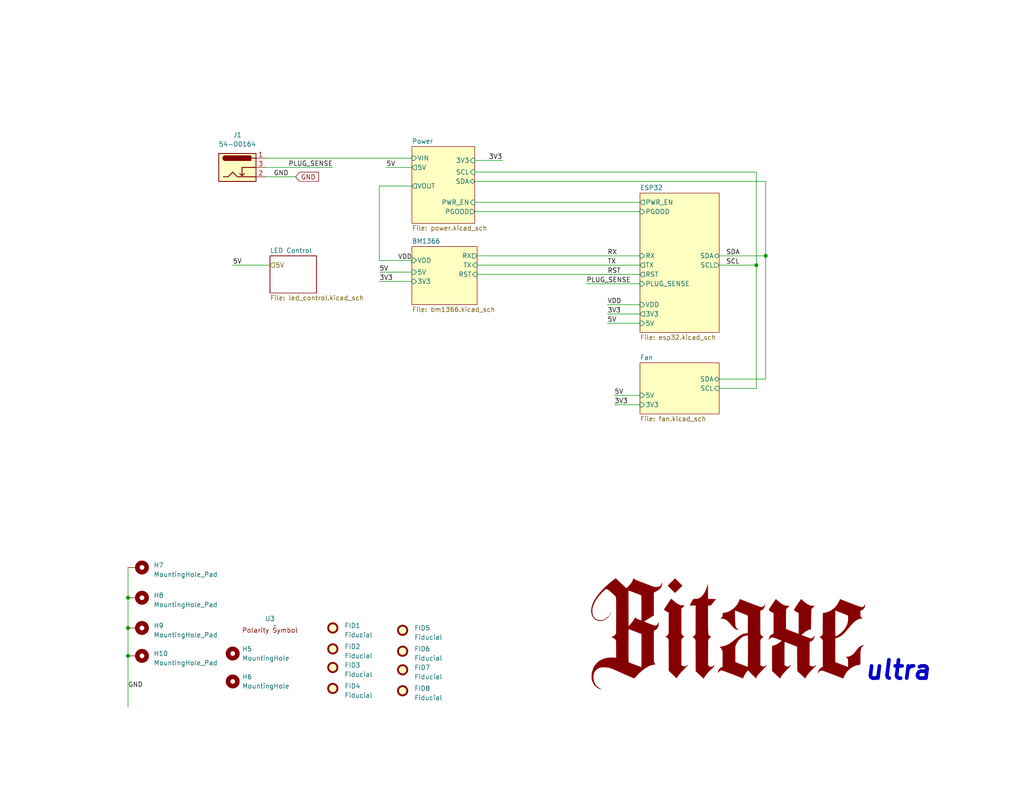
<source format=kicad_sch>
(kicad_sch (version 20230121) (generator eeschema)
  (paper "A")
  (title_block (title "BM1366 bitaxe") (date "2023-10-25") (rev "203"))
  (lib_symbols
    (symbol "Connector:Barrel_Jack_Switch" (pin_names hide)
      (property "Reference" "J" (at 0 5.334 0))
      (property "Value" "Barrel_Jack_Switch" (at 0 -5.08 0))
      (symbol "Barrel_Jack_Switch_1_1"
        (pin passive line (at 7.62 2.54 180) (length 2.54) (name "~") (number "1"))
        (pin passive line (at 7.62 -2.54 180) (length 2.54) (name "~") (number "2"))
        (pin passive line (at 7.62 0 180) (length 2.54) (name "~") (number "3"))
      )
    )
    (symbol "Mechanical:Fiducial"
      (property "Reference" "FID" (at 0 5.08 0))
      (property "Value" "Fiducial" (at 0 3.175 0))
    )
    (symbol "Mechanical:MountingHole" (pin_names (offset 1.016))
      (property "Reference" "H" (at 0 5.08 0))
      (property "Value" "MountingHole" (at 0 3.175 0))
    )
    (symbol "Mechanical:MountingHole_Pad" (pin_numbers hide) (pin_names (offset 1.016) hide)
      (property "Reference" "H" (at 0 6.35 0))
      (property "Value" "MountingHole_Pad" (at 0 4.445 0))
      (symbol "MountingHole_Pad_1_1"
        (pin input line (at 0 -2.54 90) (length 2.54) (name "1") (number "1"))
      )
    )
    (symbol "bitaxe:LOGO" (pin_names (offset 1.016)))
    (symbol "bitaxe:polarity" (in_bom no)
      (property "Reference" "U" (at 0 0 0))
      (symbol "polarity_1_1"
        (text "Polarity Symbol" (at -1.27 -1.27 0) (effects (font (size 1.27 1.27))))
      )
    )
  )
  (junction (at 208.915 69.85))
  (junction (at 34.925 179.07))
  (junction (at 34.925 171.45))
  (junction (at 206.375 72.39))
  (junction (at 34.925 163.195))
  (wire (pts (xy 129.54 46.99) (xy 206.375 46.99)))
  (wire (pts (xy 196.215 72.39) (xy 206.375 72.39)))
  (wire (pts (xy 105.41 45.72) (xy 112.395 45.72)))
  (wire (pts (xy 130.175 72.39) (xy 174.625 72.39)))
  (wire (pts (xy 165.735 88.265) (xy 174.625 88.265)))
  (wire (pts (xy 72.39 43.18) (xy 112.395 43.18)))
  (wire (pts (xy 72.39 48.26) (xy 80.645 48.26)))
  (wire (pts (xy 167.64 110.49) (xy 174.625 110.49)))
  (wire (pts (xy 160.02 77.47) (xy 174.625 77.47)))
  (wire (pts (xy 208.915 49.53) (xy 208.915 69.85)))
  (wire (pts (xy 129.54 49.53) (xy 208.915 49.53)))
  (wire (pts (xy 72.39 45.72) (xy 90.805 45.72)))
  (wire (pts (xy 165.735 83.185) (xy 174.625 83.185)))
  (wire (pts (xy 63.5 72.39) (xy 73.66 72.39)))
  (wire (pts (xy 206.375 72.39) (xy 206.375 106.045)))
  (wire (pts (xy 206.375 46.99) (xy 206.375 72.39)))
  (wire (pts (xy 129.54 55.245) (xy 174.625 55.245)))
  (wire (pts (xy 196.215 69.85) (xy 208.915 69.85)))
  (wire (pts (xy 34.925 163.195) (xy 34.925 171.45)))
  (wire (pts (xy 103.505 76.835) (xy 112.395 76.835)))
  (wire (pts (xy 130.175 69.85) (xy 174.625 69.85)))
  (wire (pts (xy 196.215 103.505) (xy 208.915 103.505)))
  (wire (pts (xy 103.505 71.12) (xy 103.505 50.8)))
  (wire (pts (xy 196.215 106.045) (xy 206.375 106.045)))
  (wire (pts (xy 103.505 74.295) (xy 112.395 74.295)))
  (wire (pts (xy 208.915 103.505) (xy 208.915 69.85)))
  (wire (pts (xy 129.54 57.785) (xy 174.625 57.785)))
  (wire (pts (xy 167.64 107.95) (xy 174.625 107.95)))
  (wire (pts (xy 34.925 179.07) (xy 34.925 193.04)))
  (wire (pts (xy 34.925 154.94) (xy 34.925 163.195)))
  (wire (pts (xy 165.735 85.725) (xy 174.625 85.725)))
  (wire (pts (xy 112.395 71.12) (xy 103.505 71.12)))
  (wire (pts (xy 103.505 50.8) (xy 112.395 50.8)))
  (wire (pts (xy 130.175 74.93) (xy 174.625 74.93)))
  (wire (pts (xy 34.925 171.45) (xy 34.925 179.07)))
  (wire (pts (xy 129.54 43.815) (xy 137.16 43.815)))
  (text "ultra" (at 235.585 186.055 0) (effects (font (size 5 5) (thickness 1) bold italic) (justify left bottom)))
  (label "PLUG_SENSE" (at 90.805 45.72 180))
  (label "5V" (at 63.5 72.39 0))
  (label "VDD" (at 165.735 83.185 0))
  (label "3V3" (at 103.505 76.835 0))
  (label "RST" (at 165.735 74.93 0))
  (label "VDD" (at 108.585 71.12 0))
  (label "5V" (at 105.41 45.72 0))
  (label "5V" (at 167.64 107.95 0))
  (label "SDA" (at 198.12 69.85 0))
  (label "GND" (at 34.925 187.96 0))
  (label "RX" (at 165.735 69.85 0))
  (label "3V3" (at 133.35 43.815 0))
  (label "3V3" (at 165.735 85.725 0))
  (label "SCL" (at 198.12 72.39 0))
  (label "5V" (at 165.735 88.265 0))
  (label "3V3" (at 167.64 110.49 0))
  (label "5V" (at 103.505 74.295 0))
  (label "GND" (at 78.74 48.26 180))
  (label "PLUG_SENSE" (at 160.02 77.47 0))
  (label "TX" (at 165.735 72.39 0))
  (global_label "GND" (shape input) (at 80.645 48.26 0) (property "Intersheetrefs" "${INTERSHEET_REFS}" (effects hide)))
  (hierarchical_label "5V" (shape input) (at 73.66 72.39 0))
  (symbol (lib_id "Mechanical:Fiducial") (at 90.805 177.165 0) (unit 1) (in_bom no)
    (property "Reference" "FID2" (at 93.98 176.53 0) (effects (justify left)))
    (property "Value" "Fiducial" (at 93.98 179.07 0) (effects (justify left)))
    (property "Footprint" "Fiducial:Fiducial_1mm_Mask2mm" (effects hide))
  )
  (symbol (lib_id "Mechanical:Fiducial") (at 90.805 182.245 0) (unit 1) (in_bom no)
    (property "Reference" "FID3" (at 93.98 181.61 0) (effects (justify left)))
    (property "Value" "Fiducial" (at 93.98 184.15 0) (effects (justify left)))
    (property "Footprint" "Fiducial:Fiducial_1mm_Mask2mm" (effects hide))
  )
  (symbol (lib_id "Mechanical:Fiducial") (at 90.805 187.96 0) (unit 1) (in_bom no)
    (property "Reference" "FID4" (at 93.98 187.325 0) (effects (justify left)))
    (property "Value" "Fiducial" (at 93.98 189.865 0) (effects (justify left)))
    (property "Footprint" "Fiducial:Fiducial_1mm_Mask2mm" (effects hide))
  )
  (symbol (lib_id "Mechanical:Fiducial") (at 109.855 177.8 0) (unit 1) (in_bom no)
    (property "Reference" "FID6" (at 113.03 177.165 0) (effects (justify left)))
    (property "Value" "Fiducial" (at 113.03 179.705 0) (effects (justify left)))
    (property "Footprint" "Fiducial:Fiducial_1mm_Mask2mm" (effects hide))
  )
  (symbol (lib_id "Connector:Barrel_Jack_Switch") (at 64.77 45.72 0) (unit 1)
    (property "Reference" "J1" (at 64.77 36.83 0))
    (property "Value" "54-00164" (at 64.77 39.37 0))
    (property "Footprint" "bitaxe:BarrelJack_Wuerth_694106106102_2.0x5.5mm" (effects hide))
    (property "DK" "839-54-00164CT-ND" (effects hide))
    (property "PARTNO" "54-00164" (effects hide))
  )
  (symbol (lib_id "Mechanical:MountingHole_Pad") (at 37.465 154.94 270) (unit 1) (in_bom no)
    (property "Reference" "H7" (at 41.91 154.305 90) (effects (justify left)))
    (property "Value" "MountingHole_Pad" (at 41.91 156.845 90) (effects (justify left)))
    (property "Footprint" "MountingHole:MountingHole_3mm_Pad_Via" (effects hide))
  )
  (symbol (lib_id "Mechanical:Fiducial") (at 90.805 171.45 0) (unit 1) (in_bom no)
    (property "Reference" "FID1" (at 93.98 170.815 0) (effects (justify left)))
    (property "Value" "Fiducial" (at 93.98 173.355 0) (effects (justify left)))
    (property "Footprint" "Fiducial:Fiducial_1mm_Mask2mm" (effects hide))
  )
  (symbol (lib_id "Mechanical:Fiducial") (at 109.855 188.595 0) (unit 1) (in_bom no)
    (property "Reference" "FID8" (at 113.03 187.96 0) (effects (justify left)))
    (property "Value" "Fiducial" (at 113.03 190.5 0) (effects (justify left)))
    (property "Footprint" "Fiducial:Fiducial_1mm_Mask2mm" (effects hide))
  )
  (symbol (lib_id "Mechanical:Fiducial") (at 109.855 172.085 0) (unit 1) (in_bom no)
    (property "Reference" "FID5" (at 113.03 171.45 0) (effects (justify left)))
    (property "Value" "Fiducial" (at 113.03 173.99 0) (effects (justify left)))
    (property "Footprint" "Fiducial:Fiducial_1mm_Mask2mm" (effects hide))
  )
  (symbol (lib_id "Mechanical:MountingHole") (at 63.5 186.055 0) (unit 1) (in_bom no)
    (property "Reference" "H6" (at 66.04 184.7849 0) (effects (justify left)))
    (property "Value" "MountingHole" (at 66.04 187.3249 0) (effects (justify left)))
    (property "Footprint" "MountingHole:MountingHole_3.5mm" (effects hide))
  )
  (symbol (lib_id "Mechanical:Fiducial") (at 109.855 182.88 0) (unit 1) (in_bom no)
    (property "Reference" "FID7" (at 113.03 182.245 0) (effects (justify left)))
    (property "Value" "Fiducial" (at 113.03 184.785 0) (effects (justify left)))
    (property "Footprint" "Fiducial:Fiducial_1mm_Mask2mm" (effects hide))
  )
  (symbol (lib_id "Mechanical:MountingHole") (at 63.5 178.435 0) (unit 1) (in_bom no)
    (property "Reference" "H5" (at 66.04 177.1649 0) (effects (justify left)))
    (property "Value" "MountingHole" (at 66.04 179.7049 0) (effects (justify left)))
    (property "Footprint" "MountingHole:MountingHole_3.5mm" (effects hide))
  )
  (symbol (lib_id "Mechanical:MountingHole_Pad") (at 37.465 171.45 270) (unit 1) (in_bom no)
    (property "Reference" "H9" (at 41.91 170.815 90) (effects (justify left)))
    (property "Value" "MountingHole_Pad" (at 41.91 173.355 90) (effects (justify left)))
    (property "Footprint" "MountingHole:MountingHole_3mm_Pad_Via" (effects hide))
  )
  (symbol (lib_id "Mechanical:MountingHole_Pad") (at 37.465 163.195 270) (unit 1) (in_bom no)
    (property "Reference" "H8" (at 41.91 162.56 90) (effects (justify left)))
    (property "Value" "MountingHole_Pad" (at 41.91 165.1 90) (effects (justify left)))
    (property "Footprint" "MountingHole:MountingHole_3mm_Pad_Via" (effects hide))
  )
  (symbol (lib_id "Mechanical:MountingHole_Pad") (at 37.465 179.07 270) (unit 1) (in_bom no)
    (property "Reference" "H10" (at 41.91 178.435 90) (effects (justify left)))
    (property "Value" "MountingHole_Pad" (at 41.91 180.975 90) (effects (justify left)))
    (property "Footprint" "MountingHole:MountingHole_3mm_Pad_Via" (effects hide))
  )
  (symbol (lib_id "bitaxe:LOGO") (at 197.485 173.99 0) (unit 1)
    (property "Reference" "#G1" (effects hide))
    (property "Value" "LOGO" (effects hide))
  )
  (symbol (lib_id "bitaxe:polarity") (at 74.93 170.815 0) (unit 1) (in_bom no)
    (property "Reference" "U3" (at 73.66 168.91 0))
    (property "Value" "~" (at 74.93 170.815 0))
    (property "Footprint" "bitaxe:polarity" (effects hide))
  )
  (sheet (at 73.66 69.85) (size 12.7 10.16) (stroke (width 0.1524))
    (property "Sheetname" "LED Control" (at 73.66 69.1384 0) (effects (justify left bottom)))
    (property "Sheetfile" "led_control.kicad_sch" (at 73.66 80.5946 0) (effects (justify left top)))
  )
  (sheet (at 112.395 67.31) (size 17.78 15.875) (stroke (width 0.1524)) (fill (color 255 255 194 1.0000))
    (property "Sheetname" "BM1366" (at 112.395 66.5984 0) (effects (justify left bottom)))
    (property "Sheetfile" "bm1366.kicad_sch" (at 112.395 83.7696 0) (effects (justify left top)))
    (pin "TX" input (at 130.175 72.39 0))
    (pin "RX" output (at 130.175 69.85 0))
    (pin "RST" input (at 130.175 74.93 0))
    (pin "3V3" input (at 112.395 76.835 180))
    (pin "5V" input (at 112.395 74.295 180))
    (pin "VDD" input (at 112.395 71.12 180))
  )
  (sheet (at 174.625 99.06) (size 21.59 13.97) (stroke (width 0.1524)) (fill (color 255 255 194 1.0000))
    (property "Sheetname" "Fan" (at 174.625 98.3484 0) (effects (justify left bottom)))
    (property "Sheetfile" "fan.kicad_sch" (at 174.625 113.6146 0) (effects (justify left top)))
    (pin "SDA" bidirectional (at 196.215 103.505 0))
    (pin "SCL" input (at 196.215 106.045 0))
    (pin "5V" input (at 174.625 107.95 180))
    (pin "3V3" input (at 174.625 110.49 180))
  )
  (sheet (at 112.395 40.005) (size 17.145 20.955) (stroke (width 0.1524)) (fill (color 255 255 194 1.0000))
    (property "Sheetname" "Power" (at 112.395 39.2934 0) (effects (justify left bottom)))
    (property "Sheetfile" "power.kicad_sch" (at 112.395 61.5446 0) (effects (justify left top)))
    (pin "VOUT" output (at 112.395 50.8 180))
    (pin "VIN" input (at 112.395 43.18 180))
    (pin "SCL" input (at 129.54 46.99 0))
    (pin "SDA" bidirectional (at 129.54 49.53 0))
    (pin "5V" output (at 112.395 45.72 180))
    (pin "3V3" input (at 129.54 43.815 0))
    (pin "PGOOD" output (at 129.54 57.785 0))
    (pin "PWR_EN" input (at 129.54 55.245 0))
  )
  (sheet (at 174.625 52.705) (size 21.59 38.1) (stroke (width 0.1524)) (fill (color 255 255 194 1.0000))
    (property "Sheetname" "ESP32" (at 174.625 51.9934 0) (effects (justify left bottom)))
    (property "Sheetfile" "esp32.kicad_sch" (at 174.625 91.3896 0) (effects (justify left top)))
    (pin "SDA" bidirectional (at 196.215 69.85 0))
    (pin "SCL" output (at 196.215 72.39 0))
    (pin "RX" input (at 174.625 69.85 180))
    (pin "TX" output (at 174.625 72.39 180))
    (pin "RST" output (at 174.625 74.93 180))
    (pin "5V" input (at 174.625 88.265 180))
    (pin "3V3" output (at 174.625 85.725 180))
    (pin "PGOOD" input (at 174.625 57.785 180))
    (pin "VDD" input (at 174.625 83.185 180))
    (pin "PWR_EN" output (at 174.625 55.245 180))
    (pin "PLUG_SENSE" input (at 174.625 77.47 180))
  )
)
</source>
